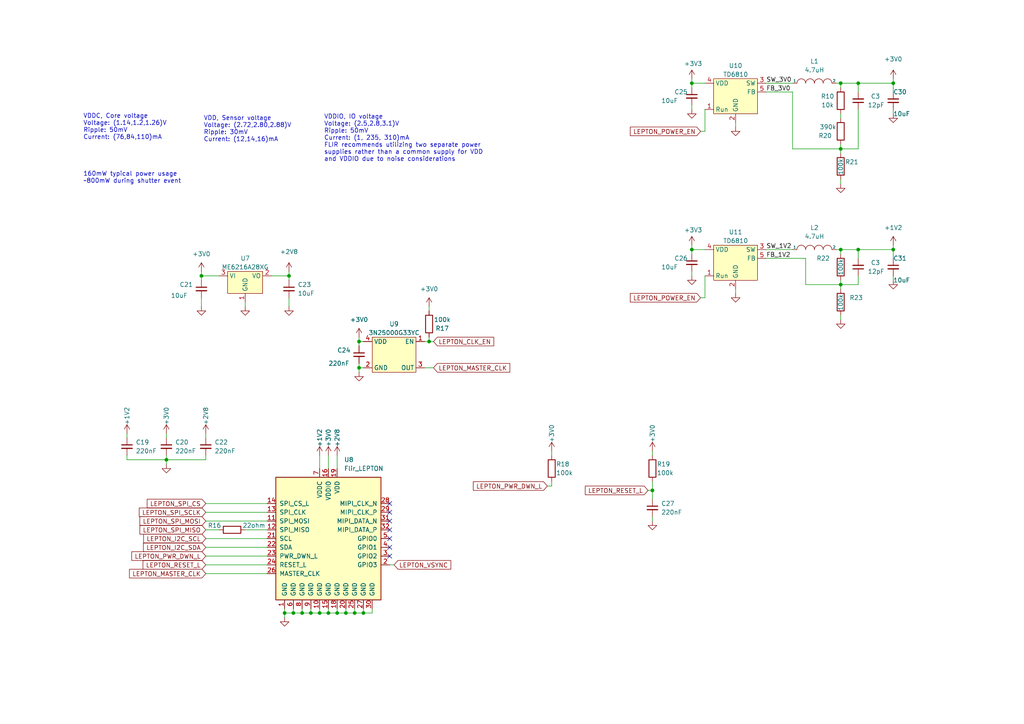
<source format=kicad_sch>
(kicad_sch (version 20230121) (generator eeschema)
  (paper "A4")
  (lib_symbols
    (symbol "Device:C_Small" (pin_numbers hide) (pin_names (offset 0.254) hide)
      (property "Reference" "C" (at 0.254 1.778 0))
      (property "Value" "C_Small" (at 0.254 -2.032 0))
      (symbol "C_Small_0_1"
        (polyline (pts (xy -1.524 -0.508) (xy 1.524 -0.508)) (stroke (width 0.3302)))
        (polyline (pts (xy -1.524 0.508) (xy 1.524 0.508)) (stroke (width 0.3048)))
      )
      (symbol "C_Small_1_1"
        (pin passive line (at 0 2.54 270) (length 2.032) (name "~") (number "1"))
        (pin passive line (at 0 -2.54 90) (length 2.032) (name "~") (number "2"))
      )
    )
    (symbol "Device:R" (pin_numbers hide) (pin_names (offset 0))
      (property "Reference" "R" (at 2.032 0 90))
      (property "Value" "R" (at 0 0 90))
      (symbol "R_0_1"
        (rectangle (start -1.016 -2.54) (end 1.016 2.54) (stroke (width 0.254)))
      )
      (symbol "R_1_1"
        (pin passive line (at 0 3.81 270) (length 1.27) (name "~") (number "1"))
        (pin passive line (at 0 -3.81 90) (length 1.27) (name "~") (number "2"))
      )
    )
    (symbol "Power_Inductor_1" (pin_numbers hide) (pin_names (offset 0))
      (property "Reference" "L" (at 0 6.35 0))
      (property "Value" "H" (at 0 3.81 0))
      (symbol "Power_Inductor_1_0_1"
        (arc (start -2.54 0) (mid -3.81 1.2645) (end -5.08 0))
        (arc (start 0 0) (mid -1.27 1.2645) (end -2.54 0))
        (arc (start 2.54 0) (mid 1.27 1.2645) (end 0 0))
        (arc (start 5.08 0) (mid 3.81 1.2645) (end 2.54 0))
      )
      (symbol "Power_Inductor_1_1_1"
        (pin power_in line (at -6.35 0 0) (length 1.27) (name "1") (number "1"))
        (pin power_out line (at 6.35 0 180) (length 1.27) (name "2") (number "2"))
      )
    )
    (symbol "Sensor_Optical:Flir_LEPTON" (pin_names (offset 1.016))
      (property "Reference" "U" (at -15.24 21.59 0))
      (property "Value" "Flir_LEPTON" (at -15.24 19.05 0))
      (symbol "Flir_LEPTON_0_1"
        (rectangle (start -15.24 17.78) (end 15.24 -17.78) (stroke (width 0.254)) (fill (type background)))
      )
      (symbol "Flir_LEPTON_1_1"
        (pin power_in line (at -12.7 -20.32 90) (length 2.54) (name "GND") (number "1"))
        (pin power_in line (at -2.54 -20.32 90) (length 2.54) (name "GND") (number "10"))
        (pin input line (at -17.78 5.08 0) (length 2.54) (name "SPI_MOSI") (number "11"))
        (pin output line (at -17.78 2.54 0) (length 2.54) (name "SPI_MISO") (number "12"))
        (pin input line (at -17.78 7.62 0) (length 2.54) (name "SPI_CLK") (number "13"))
        (pin input line (at -17.78 10.16 0) (length 2.54) (name "SPI_CS_L") (number "14"))
        (pin power_in line (at 0 -20.32 90) (length 2.54) (name "GND") (number "15"))
        (pin power_in line (at 0 20.32 270) (length 2.54) (name "VDDIO") (number "16"))
        (pin no_connect line (at 15.24 -10.16 180) (length 2.54) hide (name "NC") (number "17"))
        (pin power_in line (at 2.54 -20.32 90) (length 2.54) (name "GND") (number "18"))
        (pin power_in line (at 2.54 20.32 270) (length 2.54) (name "VDD") (number "19"))
        (pin bidirectional line (at 17.78 -7.62 180) (length 2.54) (name "GPIO3") (number "2"))
        (pin power_in line (at 5.08 -20.32 90) (length 2.54) (name "GND") (number "20"))
        (pin input line (at -17.78 0 0) (length 2.54) (name "SCL") (number "21"))
        (pin bidirectional line (at -17.78 -2.54 0) (length 2.54) (name "SDA") (number "22"))
        (pin input line (at -17.78 -5.08 0) (length 2.54) (name "PWR_DWN_L") (number "23"))
        (pin input line (at -17.78 -7.62 0) (length 2.54) (name "RESET_L") (number "24"))
        (pin power_in line (at 7.62 -20.32 90) (length 2.54) (name "GND") (number "25"))
        (pin input line (at -17.78 -10.16 0) (length 2.54) (name "MASTER_CLK") (number "26"))
        (pin power_in line (at 10.16 -20.32 90) (length 2.54) (name "GND") (number "27"))
        (pin output line (at 17.78 10.16 180) (length 2.54) (name "MIPI_CLK_N") (number "28"))
        (pin output line (at 17.78 7.62 180) (length 2.54) (name "MIPI_CLK_P") (number "29"))
        (pin bidirectional line (at 17.78 -5.08 180) (length 2.54) (name "GPIO2") (number "3"))
        (pin power_in line (at 12.7 -20.32 90) (length 2.54) (name "GND") (number "30"))
        (pin output line (at 17.78 5.08 180) (length 2.54) (name "MIPI_DATA_N") (number "31"))
        (pin output line (at 17.78 2.54 180) (length 2.54) (name "MIPI_DATA_P") (number "32"))
        (pin bidirectional line (at 17.78 -2.54 180) (length 2.54) (name "GPIO1") (number "4"))
        (pin bidirectional line (at 17.78 0 180) (length 2.54) (name "GPIO0") (number "5"))
        (pin power_in line (at -10.16 -20.32 90) (length 2.54) (name "GND") (number "6"))
        (pin power_in line (at -2.54 20.32 270) (length 2.54) (name "VDDC") (number "7"))
        (pin power_in line (at -7.62 -20.32 90) (length 2.54) (name "GND") (number "8"))
        (pin power_in line (at -5.08 -20.32 90) (length 2.54) (name "GND") (number "9"))
      )
    )
    (symbol "TD6810_1"
      (property "Reference" "U" (at 0 6.35 0))
      (property "Value" "TD6810" (at 0 3.81 0))
      (symbol "TD6810_1_0_1"
        (rectangle (start -6.35 1.27) (end 6.35 -8.89) (fill (type background)))
      )
      (symbol "TD6810_1_1_1"
        (pin input line (at -8.89 -7.62 0) (length 2.54) (name "Run") (number "1"))
        (pin power_in line (at 0 -11.43 90) (length 2.54) (name "GND") (number "2"))
        (pin power_out line (at 8.89 0 180) (length 2.54) (name "SW") (number "3"))
        (pin power_in line (at -8.89 0 0) (length 2.54) (name "VDD") (number "4"))
        (pin input line (at 8.89 -2.54 180) (length 2.54) (name "FB") (number "5"))
      )
    )
    (symbol "cacophony-library:3N25000G33YC"
      (property "Reference" "U" (at 0 8.89 0))
      (property "Value" "3N25000G33YC" (at 0 6.35 0))
      (symbol "3N25000G33YC_0_1"
        (rectangle (start -6.35 3.81) (end 6.35 -6.35) (fill (type background)))
      )
      (symbol "3N25000G33YC_1_1"
        (pin input line (at 8.89 2.54 180) (length 2.54) (name "EN") (number "1"))
        (pin power_in line (at -8.89 -5.08 0) (length 2.54) (name "GND") (number "2"))
        (pin output line (at 8.89 -5.08 180) (length 2.54) (name "OUT") (number "3"))
        (pin power_in line (at -8.89 2.54 0) (length 2.54) (name "VDD") (number "4"))
      )
    )
    (symbol "cacophony-library:ME6216A28XG"
      (property "Reference" "U" (at 0 7.62 0))
      (property "Value" "ME6216A28XG" (at 0 5.08 0))
      (symbol "ME6216A28XG_0_1"
        (rectangle (start -5.08 2.54) (end 5.08 -3.81) (fill (type background)))
      )
      (symbol "ME6216A28XG_1_1"
        (pin power_in line (at 0 -6.35 90) (length 2.54) (name "GND") (number "1"))
        (pin power_out line (at 7.62 1.27 180) (length 2.54) (name "VO") (number "2"))
        (pin power_in line (at -7.62 1.27 0) (length 2.54) (name "VI") (number "3"))
      )
    )
    (symbol "cacophony-library:Power_Inductor" (pin_numbers hide) (pin_names (offset 0))
      (property "Reference" "L" (at 0 6.35 0))
      (property "Value" "H" (at 0 3.81 0))
      (symbol "Power_Inductor_0_1"
        (arc (start -2.54 0) (mid -3.81 1.2645) (end -5.08 0))
        (arc (start 0 0) (mid -1.27 1.2645) (end -2.54 0))
        (arc (start 2.54 0) (mid 1.27 1.2645) (end 0 0))
        (arc (start 5.08 0) (mid 3.81 1.2645) (end 2.54 0))
      )
      (symbol "Power_Inductor_1_1"
        (pin power_in line (at -6.35 0 0) (length 1.27) (name "1") (number "1"))
        (pin power_out line (at 6.35 0 180) (length 1.27) (name "2") (number "2"))
      )
    )
    (symbol "cacophony-library:TD6810"
      (property "Reference" "U" (at 0 6.35 0))
      (property "Value" "TD6810" (at 0 3.81 0))
      (symbol "TD6810_0_1"
        (rectangle (start -6.35 1.27) (end 6.35 -8.89) (fill (type background)))
      )
      (symbol "TD6810_1_1"
        (pin input line (at -8.89 -7.62 0) (length 2.54) (name "Run") (number "1"))
        (pin power_in line (at 0 -11.43 90) (length 2.54) (name "GND") (number "2"))
        (pin power_out line (at 8.89 0 180) (length 2.54) (name "SW") (number "3"))
        (pin power_in line (at -8.89 0 0) (length 2.54) (name "VDD") (number "4"))
        (pin input line (at 8.89 -2.54 180) (length 2.54) (name "FB") (number "5"))
      )
    )
    (symbol "power:+1V2" (power) (pin_names (offset 0))
      (property "Value" "+1V2" (at 0 3.556 0))
      (symbol "+1V2_0_1"
        (polyline (pts (xy -0.762 1.27) (xy 0 2.54)))
        (polyline (pts (xy 0 0) (xy 0 2.54)))
        (polyline (pts (xy 0 2.54) (xy 0.762 1.27)))
      )
      (symbol "+1V2_1_1"
        (pin power_in line (at 0 0 90) (length 0) hide (name "+1V2") (number "1"))
      )
    )
    (symbol "power:+2V8" (power) (pin_names (offset 0))
      (property "Value" "+2V8" (at 0 3.556 0))
      (symbol "+2V8_0_1"
        (polyline (pts (xy -0.762 1.27) (xy 0 2.54)))
        (polyline (pts (xy 0 0) (xy 0 2.54)))
        (polyline (pts (xy 0 2.54) (xy 0.762 1.27)))
      )
      (symbol "+2V8_1_1"
        (pin power_in line (at 0 0 90) (length 0) hide (name "+2V8") (number "1"))
      )
    )
    (symbol "power:+3V0" (power) (pin_names (offset 0))
      (property "Value" "+3V0" (at 0 3.556 0))
      (symbol "+3V0_0_1"
        (polyline (pts (xy -0.762 1.27) (xy 0 2.54)))
        (polyline (pts (xy 0 0) (xy 0 2.54)))
        (polyline (pts (xy 0 2.54) (xy 0.762 1.27)))
      )
      (symbol "+3V0_1_1"
        (pin power_in line (at 0 0 90) (length 0) hide (name "+3V0") (number "1"))
      )
    )
    (symbol "power:+3V3" (power) (pin_names (offset 0))
      (property "Value" "+3V3" (at 0 3.556 0))
      (symbol "+3V3_0_1"
        (polyline (pts (xy -0.762 1.27) (xy 0 2.54)))
        (polyline (pts (xy 0 0) (xy 0 2.54)))
        (polyline (pts (xy 0 2.54) (xy 0.762 1.27)))
      )
      (symbol "+3V3_1_1"
        (pin power_in line (at 0 0 90) (length 0) hide (name "+3V3") (number "1"))
      )
    )
    (symbol "power:GND" (power) (pin_names (offset 0))
      (property "Value" "GND" (at 0 -3.81 0))
      (symbol "GND_0_1"
        (polyline (pts (xy 0 0) (xy 0 -1.27) (xy 1.27 -1.27) (xy 0 -2.54) (xy -1.27 -1.27) (xy 0 -1.27)))
      )
      (symbol "GND_1_1"
        (pin power_in line (at 0 0 270) (length 0) hide (name "GND") (number "1"))
      )
    )
  )
  (junction (at 95.25 177.8))
  (junction (at 90.17 177.8))
  (junction (at 97.79 177.8))
  (junction (at 243.84 24.13))
  (junction (at 200.66 24.13))
  (junction (at 124.46 99.06))
  (junction (at 104.14 106.68))
  (junction (at 105.41 177.8))
  (junction (at 58.42 80.01))
  (junction (at 102.87 177.8))
  (junction (at 87.63 177.8))
  (junction (at 48.26 133.35))
  (junction (at 85.09 177.8))
  (junction (at 104.14 99.06))
  (junction (at 259.08 24.13))
  (junction (at 189.23 142.24))
  (junction (at 243.84 43.18))
  (junction (at 92.71 177.8))
  (junction (at 248.92 72.39))
  (junction (at 200.66 72.39))
  (junction (at 243.84 72.39))
  (junction (at 83.82 80.01))
  (junction (at 100.33 177.8))
  (junction (at 82.55 177.8))
  (junction (at 259.08 72.39))
  (junction (at 243.84 82.55))
  (junction (at 248.92 24.13))
  (no_connect (at 113.03 146.05))
  (no_connect (at 113.03 148.59))
  (no_connect (at 113.03 151.13))
  (no_connect (at 113.03 153.67))
  (no_connect (at 113.03 156.21))
  (no_connect (at 113.03 161.29))
  (no_connect (at 113.03 158.75))
  (wire (pts (xy 100.33 177.8) (xy 102.87 177.8)))
  (wire (pts (xy 204.47 86.36) (xy 204.47 80.01)))
  (wire (pts (xy 58.42 78.74) (xy 58.42 80.01)))
  (wire (pts (xy 243.84 33.02) (xy 243.84 34.29)))
  (wire (pts (xy 187.96 142.24) (xy 189.23 142.24)))
  (wire (pts (xy 105.41 177.8) (xy 105.41 176.53)))
  (wire (pts (xy 259.08 71.12) (xy 259.08 72.39)))
  (wire (pts (xy 104.14 97.79) (xy 104.14 99.06)))
  (wire (pts (xy 59.69 146.05) (xy 77.47 146.05)))
  (wire (pts (xy 259.08 31.75) (xy 259.08 33.02)))
  (wire (pts (xy 200.66 24.13) (xy 204.47 24.13)))
  (wire (pts (xy 233.68 82.55) (xy 233.68 74.93)))
  (wire (pts (xy 160.02 130.81) (xy 160.02 132.08)))
  (wire (pts (xy 48.26 132.08) (xy 48.26 133.35)))
  (wire (pts (xy 113.03 163.83) (xy 114.3 163.83)))
  (wire (pts (xy 243.84 43.18) (xy 243.84 44.45)))
  (wire (pts (xy 36.83 132.08) (xy 36.83 133.35)))
  (wire (pts (xy 248.92 31.75) (xy 248.92 43.18)))
  (wire (pts (xy 36.83 133.35) (xy 48.26 133.35)))
  (wire (pts (xy 243.84 82.55) (xy 233.68 82.55)))
  (wire (pts (xy 102.87 177.8) (xy 102.87 176.53)))
  (wire (pts (xy 82.55 177.8) (xy 82.55 176.53)))
  (wire (pts (xy 248.92 43.18) (xy 243.84 43.18)))
  (wire (pts (xy 189.23 149.86) (xy 189.23 151.13)))
  (wire (pts (xy 82.55 177.8) (xy 85.09 177.8)))
  (wire (pts (xy 243.84 41.91) (xy 243.84 43.18)))
  (wire (pts (xy 83.82 80.01) (xy 83.82 78.74)))
  (wire (pts (xy 248.92 72.39) (xy 248.92 74.93)))
  (wire (pts (xy 95.25 177.8) (xy 95.25 176.53)))
  (wire (pts (xy 90.17 177.8) (xy 92.71 177.8)))
  (wire (pts (xy 59.69 148.59) (xy 77.47 148.59)))
  (wire (pts (xy 58.42 86.36) (xy 58.42 88.9)))
  (wire (pts (xy 59.69 158.75) (xy 77.47 158.75)))
  (wire (pts (xy 204.47 38.1) (xy 204.47 31.75)))
  (wire (pts (xy 85.09 177.8) (xy 87.63 177.8)))
  (wire (pts (xy 48.26 133.35) (xy 48.26 134.62)))
  (wire (pts (xy 243.84 72.39) (xy 243.84 73.66)))
  (wire (pts (xy 48.26 133.35) (xy 59.69 133.35)))
  (wire (pts (xy 59.69 151.13) (xy 77.47 151.13)))
  (wire (pts (xy 242.57 72.39) (xy 243.84 72.39)))
  (wire (pts (xy 200.66 22.86) (xy 200.66 24.13)))
  (wire (pts (xy 59.69 163.83) (xy 77.47 163.83)))
  (wire (pts (xy 243.84 72.39) (xy 248.92 72.39)))
  (wire (pts (xy 259.08 24.13) (xy 259.08 26.67)))
  (wire (pts (xy 78.74 80.01) (xy 83.82 80.01)))
  (wire (pts (xy 95.25 132.08) (xy 95.25 135.89)))
  (wire (pts (xy 233.68 74.93) (xy 222.25 74.93)))
  (wire (pts (xy 83.82 80.01) (xy 83.82 81.28)))
  (wire (pts (xy 58.42 80.01) (xy 63.5 80.01)))
  (wire (pts (xy 107.95 177.8) (xy 107.95 176.53)))
  (wire (pts (xy 248.92 24.13) (xy 259.08 24.13)))
  (wire (pts (xy 189.23 142.24) (xy 189.23 144.78)))
  (wire (pts (xy 242.57 24.13) (xy 243.84 24.13)))
  (wire (pts (xy 203.2 38.1) (xy 204.47 38.1)))
  (wire (pts (xy 48.26 125.73) (xy 48.26 127)))
  (wire (pts (xy 90.17 177.8) (xy 90.17 176.53)))
  (wire (pts (xy 100.33 177.8) (xy 100.33 176.53)))
  (wire (pts (xy 124.46 97.79) (xy 124.46 99.06)))
  (wire (pts (xy 200.66 78.74) (xy 200.66 80.01)))
  (wire (pts (xy 243.84 24.13) (xy 248.92 24.13)))
  (wire (pts (xy 92.71 177.8) (xy 95.25 177.8)))
  (wire (pts (xy 189.23 139.7) (xy 189.23 142.24)))
  (wire (pts (xy 248.92 24.13) (xy 248.92 26.67)))
  (wire (pts (xy 189.23 130.81) (xy 189.23 132.08)))
  (wire (pts (xy 200.66 72.39) (xy 204.47 72.39)))
  (wire (pts (xy 124.46 99.06) (xy 125.73 99.06)))
  (wire (pts (xy 97.79 177.8) (xy 100.33 177.8)))
  (wire (pts (xy 213.36 83.82) (xy 213.36 85.09)))
  (wire (pts (xy 97.79 132.08) (xy 97.79 135.89)))
  (wire (pts (xy 160.02 140.97) (xy 158.75 140.97)))
  (wire (pts (xy 222.25 24.13) (xy 229.87 24.13)))
  (wire (pts (xy 59.69 153.67) (xy 63.5 153.67)))
  (wire (pts (xy 58.42 81.28) (xy 58.42 80.01)))
  (wire (pts (xy 203.2 86.36) (xy 204.47 86.36)))
  (wire (pts (xy 243.84 52.07) (xy 243.84 53.34)))
  (wire (pts (xy 59.69 125.73) (xy 59.69 127)))
  (wire (pts (xy 95.25 177.8) (xy 97.79 177.8)))
  (wire (pts (xy 92.71 177.8) (xy 92.71 176.53)))
  (wire (pts (xy 82.55 177.8) (xy 82.55 179.07)))
  (wire (pts (xy 200.66 72.39) (xy 200.66 73.66)))
  (wire (pts (xy 160.02 139.7) (xy 160.02 140.97)))
  (wire (pts (xy 229.87 43.18) (xy 229.87 26.67)))
  (wire (pts (xy 259.08 72.39) (xy 259.08 74.93)))
  (wire (pts (xy 104.14 106.68) (xy 105.41 106.68)))
  (wire (pts (xy 248.92 80.01) (xy 248.92 82.55)))
  (wire (pts (xy 248.92 82.55) (xy 243.84 82.55)))
  (wire (pts (xy 243.84 24.13) (xy 243.84 25.4)))
  (wire (pts (xy 83.82 86.36) (xy 83.82 88.9)))
  (wire (pts (xy 259.08 80.01) (xy 259.08 81.28)))
  (wire (pts (xy 36.83 125.73) (xy 36.83 127)))
  (wire (pts (xy 243.84 82.55) (xy 243.84 83.82)))
  (wire (pts (xy 248.92 72.39) (xy 259.08 72.39)))
  (wire (pts (xy 104.14 105.41) (xy 104.14 106.68)))
  (wire (pts (xy 105.41 177.8) (xy 107.95 177.8)))
  (wire (pts (xy 213.36 35.56) (xy 213.36 36.83)))
  (wire (pts (xy 124.46 88.9) (xy 124.46 90.17)))
  (wire (pts (xy 97.79 177.8) (xy 97.79 176.53)))
  (wire (pts (xy 59.69 161.29) (xy 77.47 161.29)))
  (wire (pts (xy 229.87 26.67) (xy 222.25 26.67)))
  (wire (pts (xy 243.84 43.18) (xy 229.87 43.18)))
  (wire (pts (xy 123.19 106.68) (xy 125.73 106.68)))
  (wire (pts (xy 71.12 87.63) (xy 71.12 88.9)))
  (wire (pts (xy 200.66 24.13) (xy 200.66 25.4)))
  (wire (pts (xy 200.66 71.12) (xy 200.66 72.39)))
  (wire (pts (xy 87.63 177.8) (xy 87.63 176.53)))
  (wire (pts (xy 92.71 132.08) (xy 92.71 135.89)))
  (wire (pts (xy 59.69 156.21) (xy 77.47 156.21)))
  (wire (pts (xy 59.69 166.37) (xy 77.47 166.37)))
  (wire (pts (xy 59.69 133.35) (xy 59.69 132.08)))
  (wire (pts (xy 259.08 22.86) (xy 259.08 24.13)))
  (wire (pts (xy 243.84 81.28) (xy 243.84 82.55)))
  (wire (pts (xy 200.66 30.48) (xy 200.66 31.75)))
  (wire (pts (xy 102.87 177.8) (xy 105.41 177.8)))
  (wire (pts (xy 123.19 99.06) (xy 124.46 99.06)))
  (wire (pts (xy 87.63 177.8) (xy 90.17 177.8)))
  (wire (pts (xy 222.25 72.39) (xy 229.87 72.39)))
  (wire (pts (xy 71.12 153.67) (xy 77.47 153.67)))
  (wire (pts (xy 243.84 91.44) (xy 243.84 92.71)))
  (wire (pts (xy 85.09 177.8) (xy 85.09 176.53)))
  (wire (pts (xy 104.14 99.06) (xy 105.41 99.06)))
  (wire (pts (xy 104.14 106.68) (xy 104.14 107.95)))
  (wire (pts (xy 104.14 99.06) (xy 104.14 100.33)))
  (text "160mW typical power usage\n~800mW during shutter event" (at 24.13 53.34 0) (effects (font (size 1.27 1.27)) (justify left bottom)))
  (text "VDDC, Core voltage\nVoltage: (1.14,1.2,1.26)V\nRipple: 50mV\nCurrent: (76,84,110)mA" (at 24.13 40.64 0) (effects (font (size 1.27 1.27)) (justify left bottom)))
  (text "VDD, Sensor voltage\nVoltage: (2.72,2.80,2.88)V\nRipple: 30mV\nCurrent: (12,14,16)mA\n" (at 59.055 41.275 0) (effects (font (size 1.27 1.27)) (justify left bottom)))
  (text "VDDIO, IO voltage\nVoltage: (2.5,2.8,3.1)V\nRipple: 50mV\nCurrent: (1, 235, 310)mA\nFLIR recommends utilizing two separate power \nsupplies rather than a common supply for VDD \nand VDDIO due to noise considerations\n" (at 93.98 46.99 0) (effects (font (size 1.27 1.27)) (justify left bottom)))
  (label "FB_3V0" (at 222.25 26.67 0))
  (label "SW_1V2" (at 222.25 72.39 0))
  (label "FB_1V2" (at 222.25 74.93 0))
  (label "SW_3V0" (at 222.25 24.13 0))
  (global_label "LEPTON_PWR_DWN_L" (shape input) (at 158.75 140.97 180) (property "Intersheetrefs" "${INTERSHEET_REFS}" (effects hide)))
  (global_label "LEPTON_CLK_EN" (shape input) (at 125.73 99.06 0) (property "Intersheetrefs" "${INTERSHEET_REFS}" (effects hide)))
  (global_label "LEPTON_I2C_SDA" (shape input) (at 59.69 158.75 180) (property "Intersheetrefs" "${INTERSHEET_REFS}" (effects hide)))
  (global_label "LEPTON_SPI_MOSI" (shape input) (at 59.69 151.13 180) (property "Intersheetrefs" "${INTERSHEET_REFS}" (effects hide)))
  (global_label "LEPTON_I2C_SCL" (shape input) (at 59.69 156.21 180) (property "Intersheetrefs" "${INTERSHEET_REFS}" (effects hide)))
  (global_label "LEPTON_PWR_DWN_L" (shape input) (at 59.69 161.29 180) (property "Intersheetrefs" "${INTERSHEET_REFS}" (effects hide)))
  (global_label "LEPTON_MASTER_CLK" (shape input) (at 125.73 106.68 0) (property "Intersheetrefs" "${INTERSHEET_REFS}" (effects hide)))
  (global_label "LEPTON_RESET_L" (shape input) (at 59.69 163.83 180) (property "Intersheetrefs" "${INTERSHEET_REFS}" (effects hide)))
  (global_label "LEPTON_SPI_MISO" (shape input) (at 59.69 153.67 180) (property "Intersheetrefs" "${INTERSHEET_REFS}" (effects hide)))
  (global_label "LEPTON_RESET_L" (shape input) (at 187.96 142.24 180) (property "Intersheetrefs" "${INTERSHEET_REFS}" (effects hide)))
  (global_label "LEPTON_SPI_SCLK" (shape input) (at 59.69 148.59 180) (property "Intersheetrefs" "${INTERSHEET_REFS}" (effects hide)))
  (global_label "LEPTON_SPI_CS" (shape input) (at 59.69 146.05 180) (property "Intersheetrefs" "${INTERSHEET_REFS}" (effects hide)))
  (global_label "LEPTON_POWER_EN" (shape input) (at 203.2 86.36 180) (property "Intersheetrefs" "${INTERSHEET_REFS}" (effects hide)))
  (global_label "LEPTON_MASTER_CLK" (shape input) (at 59.69 166.37 180) (property "Intersheetrefs" "${INTERSHEET_REFS}" (effects hide)))
  (global_label "LEPTON_VSYNC" (shape input) (at 114.3 163.83 0) (property "Intersheetrefs" "${INTERSHEET_REFS}" (effects hide)))
  (global_label "LEPTON_POWER_EN" (shape input) (at 203.2 38.1 180) (property "Intersheetrefs" "${INTERSHEET_REFS}" (effects hide)))
  (symbol (lib_id "Device:R") (at 160.02 135.89 0) (unit 1)
    (property "Reference" "R18" (at 161.29 134.62 0) (effects (justify left)))
    (property "Value" "100k" (at 161.29 137.16 0) (effects (justify left)))
    (property "Footprint" "Resistor_SMD:R_0402_1005Metric" (effects hide))
    (property "LCSC" "C25741" (effects hide))
  )
  (symbol (lib_id "power:+3V3") (at 200.66 71.12 0) (unit 1)
    (property "Reference" "#PWR060" (effects hide))
    (property "Value" "+3V3" (at 201.041 66.7258 0))
  )
  (symbol (lib_id "power:GND") (at 243.84 92.71 0) (unit 1)
    (property "Reference" "#PWR067" (effects hide))
    (property "Value" "GND" (effects hide))
  )
  (symbol (lib_id "power:+3V3") (at 200.66 22.86 0) (unit 1)
    (property "Reference" "#PWR058" (effects hide))
    (property "Value" "+3V3" (at 201.041 18.4658 0))
  )
  (symbol (lib_id "power:+2V8") (at 97.79 132.08 0) (unit 1)
    (property "Reference" "#PWR053" (effects hide))
    (property "Value" "+2V8" (at 97.79 127 90))
  )
  (symbol (lib_id "power:+2V8") (at 59.69 125.73 0) (unit 1)
    (property "Reference" "#PWR046" (effects hide))
    (property "Value" "+2V8" (at 59.69 120.65 90))
  )
  (symbol (lib_id "Device:C_Small") (at 58.42 83.82 0) (unit 1)
    (property "Reference" "C21" (at 52.07 82.55 0) (effects (justify left)))
    (property "Value" "10uF" (at 49.53 85.725 0) (effects (justify left)))
    (property "Footprint" "Capacitor_SMD:C_0603_1608Metric" (effects hide))
    (property "LCSC" "C19702" (effects hide))
  )
  (symbol (lib_id "power:GND") (at 259.08 81.28 0) (unit 1)
    (property "Reference" "#PWR071" (effects hide))
    (property "Value" "GND" (effects hide))
  )
  (symbol (lib_id "power:+3V0") (at 48.26 125.73 0) (unit 1)
    (property "Reference" "#PWR042" (effects hide))
    (property "Value" "+3V0" (at 48.26 120.65 90))
  )
  (symbol (lib_id "power:+3V0") (at 104.14 97.79 0) (unit 1)
    (property "Reference" "#PWR054" (effects hide))
    (property "Value" "+3V0" (at 104.14 92.71 0))
  )
  (symbol (lib_id "Device:C_Small") (at 259.08 77.47 0) (unit 1)
    (property "Reference" "C31" (at 259.08 74.93 0) (effects (justify left)))
    (property "Value" "10uF" (at 259.08 81.28 0) (effects (justify left)))
    (property "Footprint" "Capacitor_SMD:C_0603_1608Metric" (effects hide))
    (property "LCSC" "C19702" (effects hide))
  )
  (symbol (lib_id "power:+3V0") (at 58.42 78.74 0) (unit 1)
    (property "Reference" "#PWR044" (effects hide))
    (property "Value" "+3V0" (at 58.42 73.66 0))
  )
  (symbol (lib_id "Device:C_Small") (at 48.26 129.54 0) (unit 1)
    (property "Reference" "C20" (at 50.8 128.2762 0) (effects (justify left)))
    (property "Value" "220nF" (at 50.8 130.8162 0) (effects (justify left)))
    (property "Footprint" "Capacitor_SMD:C_0402_1005Metric" (effects hide))
    (property "LCSC" "C16772" (effects hide))
  )
  (symbol (lib_id "power:+1V2") (at 92.71 132.08 0) (unit 1)
    (property "Reference" "#PWR051" (effects hide))
    (property "Value" "+1V2" (at 92.71 127 90))
  )
  (symbol (lib_id "power:GND") (at 82.55 179.07 0) (unit 1)
    (property "Reference" "#PWR048" (effects hide))
    (property "Value" "GND" (effects hide))
  )
  (symbol (lib_id "Device:C_Small") (at 200.66 27.94 0) (unit 1)
    (property "Reference" "C25" (at 195.58 26.67 0) (effects (justify left)))
    (property "Value" "10uF" (at 191.77 29.21 0) (effects (justify left)))
    (property "Footprint" "Capacitor_SMD:C_0603_1608Metric" (effects hide))
    (property "LCSC" "C19702" (effects hide))
  )
  (symbol (lib_id "power:GND") (at 58.42 88.9 0) (unit 1)
    (property "Reference" "#PWR045" (effects hide))
    (property "Value" "GND" (effects hide))
  )
  (symbol (lib_id "power:+3V0") (at 259.08 22.86 0) (unit 1)
    (property "Reference" "#PWR068" (effects hide))
    (property "Value" "+3V0" (at 259.08 17.145 0))
  )
  (symbol (lib_id "Device:R") (at 243.84 29.21 180) (unit 1)
    (property "Reference" "R10" (at 240.03 27.94 0))
    (property "Value" "10k" (at 240.03 30.48 0))
    (property "Footprint" "Resistor_SMD:R_0402_1005Metric" (effects hide))
    (property "LCSC" "C25744" (effects hide))
    (instances (project "thermal-camera-low-power-2" (path "" (reference "R10") (unit 1)) (path "" (reference "R33") (unit 1))))
  )
  (symbol (lib_id "Device:C_Small") (at 104.14 102.87 0) (unit 1)
    (property "Reference" "C24" (at 97.79 101.6 0) (effects (justify left)))
    (property "Value" "220nF" (at 95.25 105.41 0) (effects (justify left)))
    (property "Footprint" "Capacitor_SMD:C_0402_1005Metric" (effects hide))
    (property "LCSC" "C16772" (effects hide))
  )
  (symbol (lib_id "power:GND") (at 71.12 88.9 0) (unit 1)
    (property "Reference" "#PWR047" (effects hide))
    (property "Value" "GND" (effects hide))
  )
  (symbol (lib_id "power:GND") (at 189.23 151.13 0) (unit 1)
    (property "Reference" "#PWR063" (effects hide))
    (property "Value" "GND" (effects hide))
  )
  (symbol (lib_id "power:GND") (at 243.84 53.34 0) (unit 1)
    (property "Reference" "#PWR066" (effects hide))
    (property "Value" "GND" (effects hide))
  )
  (symbol (lib_id "Device:R") (at 243.84 77.47 180) (unit 1)
    (property "Reference" "R22" (at 238.76 74.93 0))
    (property "Value" "100k" (at 243.84 77.47 90))
    (property "Footprint" "Resistor_SMD:R_0402_1005Metric" (effects hide))
    (property "LCSC" "C25741" (effects hide))
  )
  (symbol (lib_id "power:GND") (at 213.36 36.83 0) (unit 1)
    (property "Reference" "#PWR064" (effects hide))
    (property "Value" "GND" (effects hide))
  )
  (symbol (lib_id "Device:C_Small") (at 248.92 77.47 180) (unit 1)
    (property "Reference" "C3" (at 255.27 76.2 0) (effects (justify left)))
    (property "Value" "12pF" (at 256.54 78.74 0) (effects (justify left)))
    (property "Footprint" "Capacitor_SMD:C_0402_1005Metric" (effects hide))
    (property "LCSC" "C1547" (effects hide))
    (instances (project "thermal-camera-low-power-2" (path "" (reference "C3") (unit 1)) (path "" (reference "C42") (unit 1))))
  )
  (symbol (lib_id "Device:C_Small") (at 83.82 83.82 0) (unit 1)
    (property "Reference" "C23" (at 86.36 82.5562 0) (effects (justify left)))
    (property "Value" "10uF" (at 86.36 85.0962 0) (effects (justify left)))
    (property "Footprint" "Capacitor_SMD:C_0603_1608Metric" (effects hide))
    (property "LCSC" "C19702" (effects hide))
  )
  (symbol (lib_id "Device:R") (at 189.23 135.89 0) (unit 1)
    (property "Reference" "R19" (at 190.5 134.62 0) (effects (justify left)))
    (property "Value" "100k" (at 190.5 137.16 0) (effects (justify left)))
    (property "Footprint" "Resistor_SMD:R_0402_1005Metric" (effects hide))
    (property "LCSC" "C25741" (effects hide))
  )
  (symbol (lib_id "Device:C_Small") (at 248.92 29.21 180) (unit 1)
    (property "Reference" "C3" (at 255.27 27.94 0) (effects (justify left)))
    (property "Value" "12pF" (at 256.54 30.48 0) (effects (justify left)))
    (property "Footprint" "Capacitor_SMD:C_0402_1005Metric" (effects hide))
    (property "LCSC" "C1547" (effects hide))
    (instances (project "thermal-camera-low-power-2" (path "" (reference "C3") (unit 1)) (path "" (reference "C41") (unit 1))))
  )
  (symbol (lib_id "power:+1V2") (at 259.08 71.12 0) (unit 1)
    (property "Reference" "#PWR070" (effects hide))
    (property "Value" "+1V2" (at 259.08 66.04 0))
  )
  (symbol (lib_id "cacophony-library:3N25000G33YC") (at 114.3 101.6 0) (unit 1)
    (property "Reference" "U9" (at 114.3 93.98 0))
    (property "Value" "3N25000G33YC" (at 114.3 96.52 0))
    (property "Footprint" "Oscillator:Oscillator_SMD_Abracon_ASE-4Pin_3.2x2.5mm" (effects hide))
    (property "Datasheet" "https://datasheet.lcsc.com/lcsc/1810271633_SJK-SHENZHEN-CRYSTAL-TECH-3N25000G33YC_C252341.pdf" (effects hide))
    (property "LCSC" "C252341" (effects hide))
    (property "JLCPCB" "C252341" (effects hide))
  )
  (symbol (lib_id "Device:R") (at 243.84 48.26 0) (unit 1)
    (property "Reference" "R21" (at 245.11 46.99 0) (effects (justify left)))
    (property "Value" "100k" (at 243.84 50.8 90) (effects (justify left)))
    (property "Footprint" "Resistor_SMD:R_0402_1005Metric" (effects hide))
    (property "LCSC" "C25741" (effects hide))
  )
  (symbol (lib_id "power:GND") (at 259.08 33.02 0) (unit 1)
    (property "Reference" "#PWR069" (effects hide))
    (property "Value" "GND" (effects hide))
  )
  (symbol (lib_id "cacophony-library:Power_Inductor") (at 236.22 24.13 0) (unit 1)
    (property "Reference" "L1" (at 236.22 17.78 0))
    (property "Value" "4.7uH" (at 236.22 20.32 0))
    (property "Footprint" "cacophony-library:IND-SMD_L4.0-W4.0_SWPA4018S" (effects hide))
    (property "LCSC" "C354574" (effects hide))
  )
  (symbol (lib_id "power:GND") (at 104.14 107.95 0) (unit 1)
    (property "Reference" "#PWR055" (effects hide))
    (property "Value" "GND" (effects hide))
  )
  (symbol (lib_id "Device:C_Small") (at 259.08 29.21 0) (unit 1)
    (property "Reference" "C30" (at 259.08 26.67 0) (effects (justify left)))
    (property "Value" "10uF" (at 259.08 33.02 0) (effects (justify left)))
    (property "Footprint" "Capacitor_SMD:C_0603_1608Metric" (effects hide))
    (property "LCSC" "C19702" (effects hide))
  )
  (symbol (lib_id "Device:C_Small") (at 59.69 129.54 0) (unit 1)
    (property "Reference" "C22" (at 62.23 128.2762 0) (effects (justify left)))
    (property "Value" "220nF" (at 62.23 130.8162 0) (effects (justify left)))
    (property "Footprint" "Capacitor_SMD:C_0402_1005Metric" (effects hide))
    (property "LCSC" "C16772" (effects hide))
  )
  (symbol (lib_id "cacophony-library:TD6810") (at 213.36 24.13 0) (unit 1)
    (property "Reference" "U10" (at 213.36 19.05 0))
    (property "Value" "TD6810" (at 213.36 21.59 0))
    (property "Footprint" "Package_TO_SOT_SMD:TSOT-23-5" (effects hide))
    (property "Datasheet" "https://datasheet.lcsc.com/lcsc/1810182213_Techcode-Semicon-TD6810_C16510.pdf" (effects hide))
    (property "LCSC" "C16510" (effects hide))
    (property "JLCPCB" "C16510" (effects hide))
  )
  (symbol (lib_id "Device:R") (at 67.31 153.67 90) (unit 1)
    (property "Reference" "R16" (at 62.23 152.4 90))
    (property "Value" "22ohm" (at 73.66 152.4 90))
    (property "Footprint" "Resistor_SMD:R_0402_1005Metric" (effects hide))
    (property "LCSC" "C25092" (effects hide))
  )
  (symbol (lib_id "power:+3V0") (at 95.25 132.08 0) (unit 1)
    (property "Reference" "#PWR052" (effects hide))
    (property "Value" "+3V0" (at 95.25 127 90))
  )
  (symbol (lib_id "power:+3V0") (at 160.02 130.81 0) (unit 1)
    (property "Reference" "#PWR057" (effects hide))
    (property "Value" "+3V0" (at 160.02 125.73 90))
  )
  (symbol (lib_id "power:+3V0") (at 189.23 130.81 0) (unit 1)
    (property "Reference" "#PWR062" (effects hide))
    (property "Value" "+3V0" (at 189.23 125.73 90))
  )
  (symbol (lib_id "Sensor_Optical:Flir_LEPTON") (at 95.25 156.21 0) (unit 1)
    (property "Reference" "U8" (at 99.8094 133.35 0) (effects (justify left)))
    (property "Value" "Flir_LEPTON" (at 99.8094 135.89 0) (effects (justify left)))
    (property "Footprint" "cacophony-library:MOLEX_105028-1001" (effects hide))
    (property "Datasheet" "https://cdn.sparkfun.com/datasheets/Sensors/Infrared/FLIR_Lepton_Data_Brief.pdf" (effects hide))
    (property "MPN" "1050281001" (effects hide))
    (property "LCSC" "C585422" (effects hide))
  )
  (symbol (lib_id "Device:R") (at 243.84 87.63 0) (unit 1)
    (property "Reference" "R23" (at 246.38 86.3599 0) (effects (justify left)))
    (property "Value" "100k" (at 243.84 90.17 90) (effects (justify left)))
    (property "Footprint" "Resistor_SMD:R_0402_1005Metric" (effects hide))
    (property "LCSC" "C25741" (effects hide))
  )
  (symbol (lib_id "power:+1V2") (at 36.83 125.73 0) (unit 1)
    (property "Reference" "#PWR041" (effects hide))
    (property "Value" "+1V2" (at 36.83 120.65 90))
  )
  (symbol (lib_id "power:GND") (at 200.66 31.75 0) (unit 1)
    (property "Reference" "#PWR059" (effects hide))
    (property "Value" "GND" (effects hide))
  )
  (symbol (lib_id "Device:C_Small") (at 189.23 147.32 0) (unit 1)
    (property "Reference" "C27" (at 191.77 146.0562 0) (effects (justify left)))
    (property "Value" "220nF" (at 191.77 148.5962 0) (effects (justify left)))
    (property "Footprint" "Capacitor_SMD:C_0402_1005Metric" (effects hide))
    (property "LCSC" "C16772" (effects hide))
  )
  (symbol (lib_name "Power_Inductor_1") (lib_id "cacophony-library:Power_Inductor") (at 236.22 72.39 0) (unit 1)
    (property "Reference" "L2" (at 236.22 66.04 0))
    (property "Value" "4.7uH" (at 236.22 68.58 0))
    (property "Footprint" "cacophony-library:IND-SMD_L4.0-W4.0_SWPA4018S" (effects hide))
    (property "LCSC" "C354574" (effects hide))
  )
  (symbol (lib_id "power:GND") (at 213.36 85.09 0) (unit 1)
    (property "Reference" "#PWR065" (effects hide))
    (property "Value" "GND" (effects hide))
  )
  (symbol (lib_id "power:GND") (at 48.26 134.62 0) (unit 1)
    (property "Reference" "#PWR043" (effects hide))
    (property "Value" "GND" (effects hide))
  )
  (symbol (lib_id "power:+2V8") (at 83.82 78.74 0) (unit 1)
    (property "Reference" "#PWR049" (effects hide))
    (property "Value" "+2V8" (at 83.82 73.025 0))
  )
  (symbol (lib_id "Device:C_Small") (at 36.83 129.54 0) (unit 1)
    (property "Reference" "C19" (at 39.37 128.2762 0) (effects (justify left)))
    (property "Value" "220nF" (at 39.37 130.8162 0) (effects (justify left)))
    (property "Footprint" "Capacitor_SMD:C_0402_1005Metric" (effects hide))
    (property "LCSC" "C16772" (effects hide))
  )
  (symbol (lib_id "Device:C_Small") (at 200.66 76.2 0) (unit 1)
    (property "Reference" "C26" (at 195.58 74.93 0) (effects (justify left)))
    (property "Value" "10uF" (at 191.77 77.47 0) (effects (justify left)))
    (property "Footprint" "Capacitor_SMD:C_0603_1608Metric" (effects hide))
    (property "LCSC" "C19702" (effects hide))
  )
  (symbol (lib_id "power:GND") (at 200.66 80.01 0) (unit 1)
    (property "Reference" "#PWR061" (effects hide))
    (property "Value" "GND" (effects hide))
  )
  (symbol (lib_id "power:+3V0") (at 124.46 88.9 0) (unit 1)
    (property "Reference" "#PWR056" (effects hide))
    (property "Value" "+3V0" (at 124.46 83.82 0))
  )
  (symbol (lib_name "TD6810_1") (lib_id "cacophony-library:TD6810") (at 213.36 72.39 0) (unit 1)
    (property "Reference" "U11" (at 213.36 67.31 0))
    (property "Value" "TD6810" (at 213.36 69.85 0))
    (property "Footprint" "Package_TO_SOT_SMD:TSOT-23-5" (effects hide))
    (property "Datasheet" "https://datasheet.lcsc.com/lcsc/1810182213_Techcode-Semicon-TD6810_C16510.pdf" (effects hide))
    (property "LCSC" "C16510" (effects hide))
    (property "JLCPCB" "C16510" (effects hide))
  )
  (symbol (lib_id "Device:R") (at 243.84 38.1 180) (unit 1)
    (property "Reference" "R20" (at 241.3 39.37 0) (effects (justify left)))
    (property "Value" "390k" (at 242.57 36.83 0) (effects (justify left)))
    (property "Footprint" "Resistor_SMD:R_0402_1005Metric" (effects hide))
    (property "LCSC" "C2943536" (effects hide))
  )
  (symbol (lib_id "Device:R") (at 124.46 93.98 180) (unit 1)
    (property "Reference" "R17" (at 128.27 95.25 0))
    (property "Value" "100k" (at 128.27 92.71 0))
    (property "Footprint" "Resistor_SMD:R_0402_1005Metric" (effects hide))
    (property "MPN" "RC1005F103CS" (effects hide))
    (property "LCSC" "C25741" (effects hide))
  )
  (symbol (lib_id "power:GND") (at 83.82 88.9 0) (unit 1)
    (property "Reference" "#PWR050" (effects hide))
    (property "Value" "GND" (effects hide))
  )
  (symbol (lib_id "cacophony-library:ME6216A28XG") (at 71.12 81.28 0) (unit 1)
    (property "Reference" "U7" (at 71.12 74.93 0))
    (property "Value" "ME6216A28XG" (at 71.12 77.47 0))
    (property "Footprint" "Package_TO_SOT_SMD:TSOT-23" (effects hide))
    (property "Datasheet" "https://datasheet.lcsc.com/lcsc/1912111437_MICRONE-Nanjing-Micro-One-Elec-ME6216A28XG_C427601.pdf" (effects hide))
    (property "LCSC" "C427601" (effects hide))
    (property "JLCPCB" "C427601" (effects hide))
  )
)
</source>
